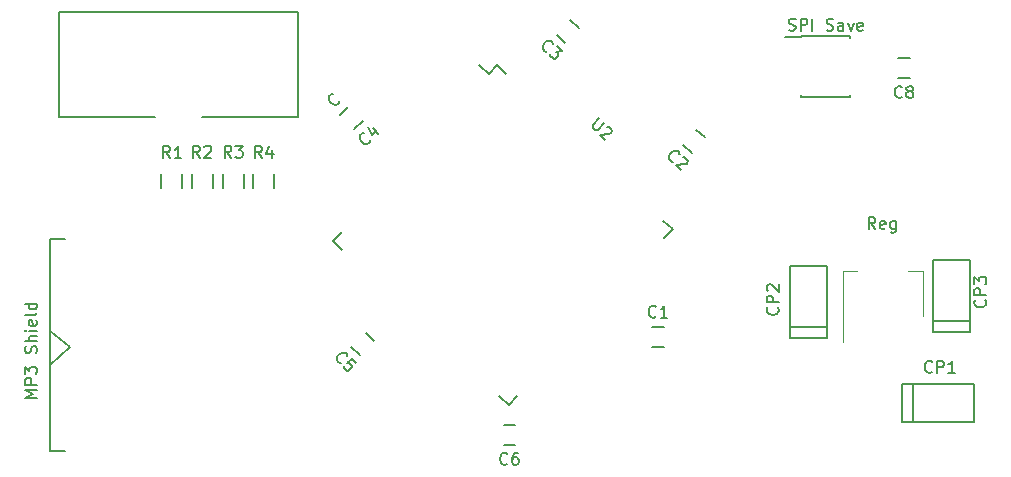
<source format=gto>
G04 #@! TF.FileFunction,Legend,Top*
%FSLAX46Y46*%
G04 Gerber Fmt 4.6, Leading zero omitted, Abs format (unit mm)*
G04 Created by KiCad (PCBNEW (after 2015-may-25 BZR unknown)-product) date 17/09/2017 09:43:34*
%MOMM*%
G01*
G04 APERTURE LIST*
%ADD10C,0.100000*%
%ADD11C,0.150000*%
%ADD12C,0.120000*%
%ADD13C,0.304800*%
G04 APERTURE END LIST*
D10*
D11*
X242679500Y-154337500D02*
X242679500Y-151162500D01*
X247823000Y-154337500D02*
X247823000Y-151162500D01*
X247823000Y-151162500D02*
X241727000Y-151162500D01*
X241727000Y-151162500D02*
X241727000Y-154337500D01*
X241727000Y-154337500D02*
X247823000Y-154337500D01*
X169612600Y-149584600D02*
X171289000Y-148009800D01*
X171289000Y-148009800D02*
X169612600Y-146638200D01*
X169603600Y-138899200D02*
X170873600Y-138899200D01*
X169603600Y-156815600D02*
X170873600Y-156815600D01*
X169603600Y-156815600D02*
X169603600Y-138950600D01*
X179015000Y-134590000D02*
X179015000Y-133390000D01*
X180765000Y-133390000D02*
X180765000Y-134590000D01*
X181685000Y-134590000D02*
X181685000Y-133390000D01*
X183435000Y-133390000D02*
X183435000Y-134590000D01*
X184285000Y-134590000D02*
X184285000Y-133390000D01*
X186035000Y-133390000D02*
X186035000Y-134590000D01*
X212519667Y-121587108D02*
X213262811Y-122256238D01*
X214400333Y-120992892D02*
X213657189Y-120323762D01*
X223194995Y-130903474D02*
X223949705Y-131559533D01*
X225065005Y-130276526D02*
X224310295Y-129620467D01*
X195135406Y-148027487D02*
X195842513Y-148734594D01*
X197044594Y-147532513D02*
X196337487Y-146825406D01*
D12*
X243550000Y-141620000D02*
X242290000Y-141620000D01*
X236730000Y-141620000D02*
X237990000Y-141620000D01*
X243550000Y-145380000D02*
X243550000Y-141620000D01*
X236730000Y-147630000D02*
X236730000Y-141620000D01*
D11*
X207447809Y-124169143D02*
X206765811Y-124900496D01*
X222330857Y-138047809D02*
X221597709Y-138834015D01*
X208452191Y-152930857D02*
X209185339Y-152144652D01*
X193569143Y-139052191D02*
X194302291Y-138265985D01*
X207447809Y-124169143D02*
X208234015Y-124902291D01*
X193569143Y-139052191D02*
X194355348Y-139785339D01*
X208452191Y-152930857D02*
X207665985Y-152197709D01*
X222330857Y-138047809D02*
X221544652Y-137314661D01*
X206765811Y-124900496D02*
X205961322Y-124150298D01*
X208020000Y-156290000D02*
X209020000Y-156290000D01*
X209020000Y-154590000D02*
X208020000Y-154590000D01*
X190650000Y-128550000D02*
X182500000Y-128550000D01*
X170350000Y-128550000D02*
X178500000Y-128550000D01*
X190650000Y-119650000D02*
X170350000Y-119650000D01*
X170350000Y-119650000D02*
X170350000Y-128550000D01*
X190650000Y-119650000D02*
X190650000Y-128550000D01*
X195377487Y-129594594D02*
X196084594Y-128887487D01*
X194882513Y-127685406D02*
X194175406Y-128392513D01*
X221600000Y-146330000D02*
X220600000Y-146330000D01*
X220600000Y-148030000D02*
X221600000Y-148030000D01*
X235447500Y-146295500D02*
X232272500Y-146295500D01*
X235447500Y-141152000D02*
X232272500Y-141152000D01*
X232272500Y-141152000D02*
X232272500Y-147248000D01*
X232272500Y-147248000D02*
X235447500Y-147248000D01*
X235447500Y-147248000D02*
X235447500Y-141152000D01*
X247517500Y-145815500D02*
X244342500Y-145815500D01*
X247517500Y-140672000D02*
X244342500Y-140672000D01*
X244342500Y-140672000D02*
X244342500Y-146768000D01*
X244342500Y-146768000D02*
X247517500Y-146768000D01*
X247517500Y-146768000D02*
X247517500Y-140672000D01*
X241420000Y-125230000D02*
X242420000Y-125230000D01*
X242420000Y-123530000D02*
X241420000Y-123530000D01*
X186805000Y-134590000D02*
X186805000Y-133390000D01*
X188555000Y-133390000D02*
X188555000Y-134590000D01*
X233245000Y-121705000D02*
X233245000Y-121755000D01*
X237395000Y-121705000D02*
X237395000Y-121850000D01*
X237395000Y-126855000D02*
X237395000Y-126710000D01*
X233245000Y-126855000D02*
X233245000Y-126710000D01*
X233245000Y-121705000D02*
X237395000Y-121705000D01*
X233245000Y-126855000D02*
X237395000Y-126855000D01*
X233245000Y-121755000D02*
X231845000Y-121755000D01*
X244308334Y-150107143D02*
X244260715Y-150154762D01*
X244117858Y-150202381D01*
X244022620Y-150202381D01*
X243879762Y-150154762D01*
X243784524Y-150059524D01*
X243736905Y-149964286D01*
X243689286Y-149773810D01*
X243689286Y-149630952D01*
X243736905Y-149440476D01*
X243784524Y-149345238D01*
X243879762Y-149250000D01*
X244022620Y-149202381D01*
X244117858Y-149202381D01*
X244260715Y-149250000D01*
X244308334Y-149297619D01*
X244736905Y-150202381D02*
X244736905Y-149202381D01*
X245117858Y-149202381D01*
X245213096Y-149250000D01*
X245260715Y-149297619D01*
X245308334Y-149392857D01*
X245308334Y-149535714D01*
X245260715Y-149630952D01*
X245213096Y-149678571D01*
X245117858Y-149726190D01*
X244736905Y-149726190D01*
X246260715Y-150202381D02*
X245689286Y-150202381D01*
X245975000Y-150202381D02*
X245975000Y-149202381D01*
X245879762Y-149345238D01*
X245784524Y-149440476D01*
X245689286Y-149488095D01*
X168502381Y-152350000D02*
X167502381Y-152350000D01*
X168216667Y-152016666D01*
X167502381Y-151683333D01*
X168502381Y-151683333D01*
X168502381Y-151207143D02*
X167502381Y-151207143D01*
X167502381Y-150826190D01*
X167550000Y-150730952D01*
X167597619Y-150683333D01*
X167692857Y-150635714D01*
X167835714Y-150635714D01*
X167930952Y-150683333D01*
X167978571Y-150730952D01*
X168026190Y-150826190D01*
X168026190Y-151207143D01*
X167502381Y-150302381D02*
X167502381Y-149683333D01*
X167883333Y-150016667D01*
X167883333Y-149873809D01*
X167930952Y-149778571D01*
X167978571Y-149730952D01*
X168073810Y-149683333D01*
X168311905Y-149683333D01*
X168407143Y-149730952D01*
X168454762Y-149778571D01*
X168502381Y-149873809D01*
X168502381Y-150159524D01*
X168454762Y-150254762D01*
X168407143Y-150302381D01*
X168454762Y-148540476D02*
X168502381Y-148397619D01*
X168502381Y-148159523D01*
X168454762Y-148064285D01*
X168407143Y-148016666D01*
X168311905Y-147969047D01*
X168216667Y-147969047D01*
X168121429Y-148016666D01*
X168073810Y-148064285D01*
X168026190Y-148159523D01*
X167978571Y-148350000D01*
X167930952Y-148445238D01*
X167883333Y-148492857D01*
X167788095Y-148540476D01*
X167692857Y-148540476D01*
X167597619Y-148492857D01*
X167550000Y-148445238D01*
X167502381Y-148350000D01*
X167502381Y-148111904D01*
X167550000Y-147969047D01*
X168502381Y-147540476D02*
X167502381Y-147540476D01*
X168502381Y-147111904D02*
X167978571Y-147111904D01*
X167883333Y-147159523D01*
X167835714Y-147254761D01*
X167835714Y-147397619D01*
X167883333Y-147492857D01*
X167930952Y-147540476D01*
X168502381Y-146635714D02*
X167835714Y-146635714D01*
X167502381Y-146635714D02*
X167550000Y-146683333D01*
X167597619Y-146635714D01*
X167550000Y-146588095D01*
X167502381Y-146635714D01*
X167597619Y-146635714D01*
X168454762Y-145778571D02*
X168502381Y-145873809D01*
X168502381Y-146064286D01*
X168454762Y-146159524D01*
X168359524Y-146207143D01*
X167978571Y-146207143D01*
X167883333Y-146159524D01*
X167835714Y-146064286D01*
X167835714Y-145873809D01*
X167883333Y-145778571D01*
X167978571Y-145730952D01*
X168073810Y-145730952D01*
X168169048Y-146207143D01*
X168502381Y-145159524D02*
X168454762Y-145254762D01*
X168359524Y-145302381D01*
X167502381Y-145302381D01*
X168502381Y-144349999D02*
X167502381Y-144349999D01*
X168454762Y-144349999D02*
X168502381Y-144445237D01*
X168502381Y-144635714D01*
X168454762Y-144730952D01*
X168407143Y-144778571D01*
X168311905Y-144826190D01*
X168026190Y-144826190D01*
X167930952Y-144778571D01*
X167883333Y-144730952D01*
X167835714Y-144635714D01*
X167835714Y-144445237D01*
X167883333Y-144349999D01*
X179783334Y-132022381D02*
X179450000Y-131546190D01*
X179211905Y-132022381D02*
X179211905Y-131022381D01*
X179592858Y-131022381D01*
X179688096Y-131070000D01*
X179735715Y-131117619D01*
X179783334Y-131212857D01*
X179783334Y-131355714D01*
X179735715Y-131450952D01*
X179688096Y-131498571D01*
X179592858Y-131546190D01*
X179211905Y-131546190D01*
X180735715Y-132022381D02*
X180164286Y-132022381D01*
X180450000Y-132022381D02*
X180450000Y-131022381D01*
X180354762Y-131165238D01*
X180259524Y-131260476D01*
X180164286Y-131308095D01*
X182313334Y-131992381D02*
X181980000Y-131516190D01*
X181741905Y-131992381D02*
X181741905Y-130992381D01*
X182122858Y-130992381D01*
X182218096Y-131040000D01*
X182265715Y-131087619D01*
X182313334Y-131182857D01*
X182313334Y-131325714D01*
X182265715Y-131420952D01*
X182218096Y-131468571D01*
X182122858Y-131516190D01*
X181741905Y-131516190D01*
X182694286Y-131087619D02*
X182741905Y-131040000D01*
X182837143Y-130992381D01*
X183075239Y-130992381D01*
X183170477Y-131040000D01*
X183218096Y-131087619D01*
X183265715Y-131182857D01*
X183265715Y-131278095D01*
X183218096Y-131420952D01*
X182646667Y-131992381D01*
X183265715Y-131992381D01*
X184983334Y-131992381D02*
X184650000Y-131516190D01*
X184411905Y-131992381D02*
X184411905Y-130992381D01*
X184792858Y-130992381D01*
X184888096Y-131040000D01*
X184935715Y-131087619D01*
X184983334Y-131182857D01*
X184983334Y-131325714D01*
X184935715Y-131420952D01*
X184888096Y-131468571D01*
X184792858Y-131516190D01*
X184411905Y-131516190D01*
X185316667Y-130992381D02*
X185935715Y-130992381D01*
X185602381Y-131373333D01*
X185745239Y-131373333D01*
X185840477Y-131420952D01*
X185888096Y-131468571D01*
X185935715Y-131563810D01*
X185935715Y-131801905D01*
X185888096Y-131897143D01*
X185840477Y-131944762D01*
X185745239Y-131992381D01*
X185459524Y-131992381D01*
X185364286Y-131944762D01*
X185316667Y-131897143D01*
X211691994Y-123004492D02*
X211624743Y-123008016D01*
X211486716Y-122947814D01*
X211415940Y-122884087D01*
X211341639Y-122753109D01*
X211334590Y-122618607D01*
X211362929Y-122515968D01*
X211454995Y-122342553D01*
X211550585Y-122236389D01*
X211713427Y-122126701D01*
X211812541Y-122087789D01*
X211947043Y-122080740D01*
X212085071Y-122140942D01*
X212155846Y-122204669D01*
X212230147Y-122335647D01*
X212233671Y-122402898D01*
X212545112Y-122555166D02*
X213005155Y-122969390D01*
X212502533Y-123029448D01*
X212608697Y-123125039D01*
X212647609Y-123224153D01*
X212651134Y-123291405D01*
X212622794Y-123394044D01*
X212463477Y-123570983D01*
X212364363Y-123609896D01*
X212297112Y-123613420D01*
X212194473Y-123585081D01*
X211982145Y-123393901D01*
X211943233Y-123294786D01*
X211939708Y-123227535D01*
X222392185Y-132335087D02*
X222325005Y-132339784D01*
X222185949Y-132282000D01*
X222114072Y-132219518D01*
X222037496Y-132089856D01*
X222028101Y-131955498D01*
X222054644Y-131852380D01*
X222143669Y-131677385D01*
X222237393Y-131569569D01*
X222398295Y-131457055D01*
X222496715Y-131416419D01*
X222631074Y-131407024D01*
X222770131Y-131464809D01*
X222842008Y-131527290D01*
X222918583Y-131656952D01*
X222923280Y-131724131D01*
X223210788Y-131974058D02*
X223277968Y-131969360D01*
X223381086Y-131995904D01*
X223560779Y-132152109D01*
X223601415Y-132250529D01*
X223606113Y-132317708D01*
X223579570Y-132420826D01*
X223517088Y-132492703D01*
X223387427Y-132569278D01*
X222581273Y-132625650D01*
X223048474Y-133031782D01*
X194234687Y-149399612D02*
X194167344Y-149399612D01*
X194032657Y-149332268D01*
X193965313Y-149264925D01*
X193897969Y-149130237D01*
X193897969Y-148995550D01*
X193931641Y-148894535D01*
X194032656Y-148726177D01*
X194133672Y-148625161D01*
X194302031Y-148524146D01*
X194403046Y-148490474D01*
X194537733Y-148490474D01*
X194672420Y-148557818D01*
X194739764Y-148625161D01*
X194807107Y-148759848D01*
X194807107Y-148827192D01*
X195514214Y-149399612D02*
X195177496Y-149062894D01*
X194807107Y-149365939D01*
X194874450Y-149365939D01*
X194975466Y-149399611D01*
X195143825Y-149567970D01*
X195177497Y-149668985D01*
X195177497Y-149736329D01*
X195143824Y-149837345D01*
X194975466Y-150005703D01*
X194874450Y-150039375D01*
X194807107Y-150039375D01*
X194706092Y-150005703D01*
X194537733Y-149837344D01*
X194504061Y-149736329D01*
X194504061Y-149668985D01*
X239508572Y-138022381D02*
X239175238Y-137546190D01*
X238937143Y-138022381D02*
X238937143Y-137022381D01*
X239318096Y-137022381D01*
X239413334Y-137070000D01*
X239460953Y-137117619D01*
X239508572Y-137212857D01*
X239508572Y-137355714D01*
X239460953Y-137450952D01*
X239413334Y-137498571D01*
X239318096Y-137546190D01*
X238937143Y-137546190D01*
X240318096Y-137974762D02*
X240222858Y-138022381D01*
X240032381Y-138022381D01*
X239937143Y-137974762D01*
X239889524Y-137879524D01*
X239889524Y-137498571D01*
X239937143Y-137403333D01*
X240032381Y-137355714D01*
X240222858Y-137355714D01*
X240318096Y-137403333D01*
X240365715Y-137498571D01*
X240365715Y-137593810D01*
X239889524Y-137689048D01*
X241222858Y-137355714D02*
X241222858Y-138165238D01*
X241175239Y-138260476D01*
X241127620Y-138308095D01*
X241032381Y-138355714D01*
X240889524Y-138355714D01*
X240794286Y-138308095D01*
X241222858Y-137974762D02*
X241127620Y-138022381D01*
X240937143Y-138022381D01*
X240841905Y-137974762D01*
X240794286Y-137927143D01*
X240746667Y-137831905D01*
X240746667Y-137546190D01*
X240794286Y-137450952D01*
X240841905Y-137403333D01*
X240937143Y-137355714D01*
X241127620Y-137355714D01*
X241222858Y-137403333D01*
X216137783Y-128652512D02*
X215585689Y-129244560D01*
X215555563Y-129346689D01*
X215557914Y-129413991D01*
X215595090Y-129513770D01*
X215734396Y-129643675D01*
X215836525Y-129673801D01*
X215903827Y-129671450D01*
X216003606Y-129634274D01*
X216555700Y-129042225D01*
X216804185Y-129404163D02*
X216871487Y-129401813D01*
X216973616Y-129431938D01*
X217147748Y-129594320D01*
X217184925Y-129694098D01*
X217187275Y-129761400D01*
X217157149Y-129863529D01*
X217092197Y-129933182D01*
X216959943Y-130005185D01*
X216152312Y-130033388D01*
X216605055Y-130455578D01*
X208353334Y-157897143D02*
X208305715Y-157944762D01*
X208162858Y-157992381D01*
X208067620Y-157992381D01*
X207924762Y-157944762D01*
X207829524Y-157849524D01*
X207781905Y-157754286D01*
X207734286Y-157563810D01*
X207734286Y-157420952D01*
X207781905Y-157230476D01*
X207829524Y-157135238D01*
X207924762Y-157040000D01*
X208067620Y-156992381D01*
X208162858Y-156992381D01*
X208305715Y-157040000D01*
X208353334Y-157087619D01*
X209210477Y-156992381D02*
X209020000Y-156992381D01*
X208924762Y-157040000D01*
X208877143Y-157087619D01*
X208781905Y-157230476D01*
X208734286Y-157420952D01*
X208734286Y-157801905D01*
X208781905Y-157897143D01*
X208829524Y-157944762D01*
X208924762Y-157992381D01*
X209115239Y-157992381D01*
X209210477Y-157944762D01*
X209258096Y-157897143D01*
X209305715Y-157801905D01*
X209305715Y-157563810D01*
X209258096Y-157468571D01*
X209210477Y-157420952D01*
X209115239Y-157373333D01*
X208924762Y-157373333D01*
X208829524Y-157420952D01*
X208781905Y-157468571D01*
X208734286Y-157563810D01*
D13*
D11*
X196749612Y-130495313D02*
X196749612Y-130562656D01*
X196682268Y-130697343D01*
X196614925Y-130764687D01*
X196480237Y-130832031D01*
X196345550Y-130832031D01*
X196244535Y-130798359D01*
X196076177Y-130697344D01*
X195975161Y-130596328D01*
X195874146Y-130427969D01*
X195840474Y-130326954D01*
X195840474Y-130192267D01*
X195907818Y-130057580D01*
X195975161Y-129990236D01*
X196109848Y-129922893D01*
X196177192Y-129922893D01*
X196951642Y-129485160D02*
X197423047Y-129956565D01*
X196513909Y-129384146D02*
X196850627Y-130057581D01*
X197288360Y-129619848D01*
X194116481Y-127188748D02*
X194116481Y-127256091D01*
X194049137Y-127390778D01*
X193981794Y-127458121D01*
X193847106Y-127525466D01*
X193712419Y-127525466D01*
X193611404Y-127491794D01*
X193443046Y-127390779D01*
X193342030Y-127289763D01*
X193241015Y-127121404D01*
X193207343Y-127020389D01*
X193207343Y-126885702D01*
X193274687Y-126751015D01*
X193342031Y-126683671D01*
X193476717Y-126616328D01*
X193544061Y-126616328D01*
X220933334Y-145437143D02*
X220885715Y-145484762D01*
X220742858Y-145532381D01*
X220647620Y-145532381D01*
X220504762Y-145484762D01*
X220409524Y-145389524D01*
X220361905Y-145294286D01*
X220314286Y-145103810D01*
X220314286Y-144960952D01*
X220361905Y-144770476D01*
X220409524Y-144675238D01*
X220504762Y-144580000D01*
X220647620Y-144532381D01*
X220742858Y-144532381D01*
X220885715Y-144580000D01*
X220933334Y-144627619D01*
X221885715Y-145532381D02*
X221314286Y-145532381D01*
X221600000Y-145532381D02*
X221600000Y-144532381D01*
X221504762Y-144675238D01*
X221409524Y-144770476D01*
X221314286Y-144818095D01*
X231217143Y-144666666D02*
X231264762Y-144714285D01*
X231312381Y-144857142D01*
X231312381Y-144952380D01*
X231264762Y-145095238D01*
X231169524Y-145190476D01*
X231074286Y-145238095D01*
X230883810Y-145285714D01*
X230740952Y-145285714D01*
X230550476Y-145238095D01*
X230455238Y-145190476D01*
X230360000Y-145095238D01*
X230312381Y-144952380D01*
X230312381Y-144857142D01*
X230360000Y-144714285D01*
X230407619Y-144666666D01*
X231312381Y-144238095D02*
X230312381Y-144238095D01*
X230312381Y-143857142D01*
X230360000Y-143761904D01*
X230407619Y-143714285D01*
X230502857Y-143666666D01*
X230645714Y-143666666D01*
X230740952Y-143714285D01*
X230788571Y-143761904D01*
X230836190Y-143857142D01*
X230836190Y-144238095D01*
X230407619Y-143285714D02*
X230360000Y-143238095D01*
X230312381Y-143142857D01*
X230312381Y-142904761D01*
X230360000Y-142809523D01*
X230407619Y-142761904D01*
X230502857Y-142714285D01*
X230598095Y-142714285D01*
X230740952Y-142761904D01*
X231312381Y-143333333D01*
X231312381Y-142714285D01*
X248782143Y-144041666D02*
X248829762Y-144089285D01*
X248877381Y-144232142D01*
X248877381Y-144327380D01*
X248829762Y-144470238D01*
X248734524Y-144565476D01*
X248639286Y-144613095D01*
X248448810Y-144660714D01*
X248305952Y-144660714D01*
X248115476Y-144613095D01*
X248020238Y-144565476D01*
X247925000Y-144470238D01*
X247877381Y-144327380D01*
X247877381Y-144232142D01*
X247925000Y-144089285D01*
X247972619Y-144041666D01*
X248877381Y-143613095D02*
X247877381Y-143613095D01*
X247877381Y-143232142D01*
X247925000Y-143136904D01*
X247972619Y-143089285D01*
X248067857Y-143041666D01*
X248210714Y-143041666D01*
X248305952Y-143089285D01*
X248353571Y-143136904D01*
X248401190Y-143232142D01*
X248401190Y-143613095D01*
X247877381Y-142708333D02*
X247877381Y-142089285D01*
X248258333Y-142422619D01*
X248258333Y-142279761D01*
X248305952Y-142184523D01*
X248353571Y-142136904D01*
X248448810Y-142089285D01*
X248686905Y-142089285D01*
X248782143Y-142136904D01*
X248829762Y-142184523D01*
X248877381Y-142279761D01*
X248877381Y-142565476D01*
X248829762Y-142660714D01*
X248782143Y-142708333D01*
X241753334Y-126837143D02*
X241705715Y-126884762D01*
X241562858Y-126932381D01*
X241467620Y-126932381D01*
X241324762Y-126884762D01*
X241229524Y-126789524D01*
X241181905Y-126694286D01*
X241134286Y-126503810D01*
X241134286Y-126360952D01*
X241181905Y-126170476D01*
X241229524Y-126075238D01*
X241324762Y-125980000D01*
X241467620Y-125932381D01*
X241562858Y-125932381D01*
X241705715Y-125980000D01*
X241753334Y-126027619D01*
X242324762Y-126360952D02*
X242229524Y-126313333D01*
X242181905Y-126265714D01*
X242134286Y-126170476D01*
X242134286Y-126122857D01*
X242181905Y-126027619D01*
X242229524Y-125980000D01*
X242324762Y-125932381D01*
X242515239Y-125932381D01*
X242610477Y-125980000D01*
X242658096Y-126027619D01*
X242705715Y-126122857D01*
X242705715Y-126170476D01*
X242658096Y-126265714D01*
X242610477Y-126313333D01*
X242515239Y-126360952D01*
X242324762Y-126360952D01*
X242229524Y-126408571D01*
X242181905Y-126456190D01*
X242134286Y-126551429D01*
X242134286Y-126741905D01*
X242181905Y-126837143D01*
X242229524Y-126884762D01*
X242324762Y-126932381D01*
X242515239Y-126932381D01*
X242610477Y-126884762D01*
X242658096Y-126837143D01*
X242705715Y-126741905D01*
X242705715Y-126551429D01*
X242658096Y-126456190D01*
X242610477Y-126408571D01*
X242515239Y-126360952D01*
X187563334Y-132022381D02*
X187230000Y-131546190D01*
X186991905Y-132022381D02*
X186991905Y-131022381D01*
X187372858Y-131022381D01*
X187468096Y-131070000D01*
X187515715Y-131117619D01*
X187563334Y-131212857D01*
X187563334Y-131355714D01*
X187515715Y-131450952D01*
X187468096Y-131498571D01*
X187372858Y-131546190D01*
X186991905Y-131546190D01*
X188420477Y-131355714D02*
X188420477Y-132022381D01*
X188182381Y-130974762D02*
X187944286Y-131689048D01*
X188563334Y-131689048D01*
X232177143Y-121184762D02*
X232320000Y-121232381D01*
X232558096Y-121232381D01*
X232653334Y-121184762D01*
X232700953Y-121137143D01*
X232748572Y-121041905D01*
X232748572Y-120946667D01*
X232700953Y-120851429D01*
X232653334Y-120803810D01*
X232558096Y-120756190D01*
X232367619Y-120708571D01*
X232272381Y-120660952D01*
X232224762Y-120613333D01*
X232177143Y-120518095D01*
X232177143Y-120422857D01*
X232224762Y-120327619D01*
X232272381Y-120280000D01*
X232367619Y-120232381D01*
X232605715Y-120232381D01*
X232748572Y-120280000D01*
X233177143Y-121232381D02*
X233177143Y-120232381D01*
X233558096Y-120232381D01*
X233653334Y-120280000D01*
X233700953Y-120327619D01*
X233748572Y-120422857D01*
X233748572Y-120565714D01*
X233700953Y-120660952D01*
X233653334Y-120708571D01*
X233558096Y-120756190D01*
X233177143Y-120756190D01*
X234177143Y-121232381D02*
X234177143Y-120232381D01*
X235367619Y-121184762D02*
X235510476Y-121232381D01*
X235748572Y-121232381D01*
X235843810Y-121184762D01*
X235891429Y-121137143D01*
X235939048Y-121041905D01*
X235939048Y-120946667D01*
X235891429Y-120851429D01*
X235843810Y-120803810D01*
X235748572Y-120756190D01*
X235558095Y-120708571D01*
X235462857Y-120660952D01*
X235415238Y-120613333D01*
X235367619Y-120518095D01*
X235367619Y-120422857D01*
X235415238Y-120327619D01*
X235462857Y-120280000D01*
X235558095Y-120232381D01*
X235796191Y-120232381D01*
X235939048Y-120280000D01*
X236796191Y-121232381D02*
X236796191Y-120708571D01*
X236748572Y-120613333D01*
X236653334Y-120565714D01*
X236462857Y-120565714D01*
X236367619Y-120613333D01*
X236796191Y-121184762D02*
X236700953Y-121232381D01*
X236462857Y-121232381D01*
X236367619Y-121184762D01*
X236320000Y-121089524D01*
X236320000Y-120994286D01*
X236367619Y-120899048D01*
X236462857Y-120851429D01*
X236700953Y-120851429D01*
X236796191Y-120803810D01*
X237177143Y-120565714D02*
X237415238Y-121232381D01*
X237653334Y-120565714D01*
X238415239Y-121184762D02*
X238320001Y-121232381D01*
X238129524Y-121232381D01*
X238034286Y-121184762D01*
X237986667Y-121089524D01*
X237986667Y-120708571D01*
X238034286Y-120613333D01*
X238129524Y-120565714D01*
X238320001Y-120565714D01*
X238415239Y-120613333D01*
X238462858Y-120708571D01*
X238462858Y-120803810D01*
X237986667Y-120899048D01*
M02*

</source>
